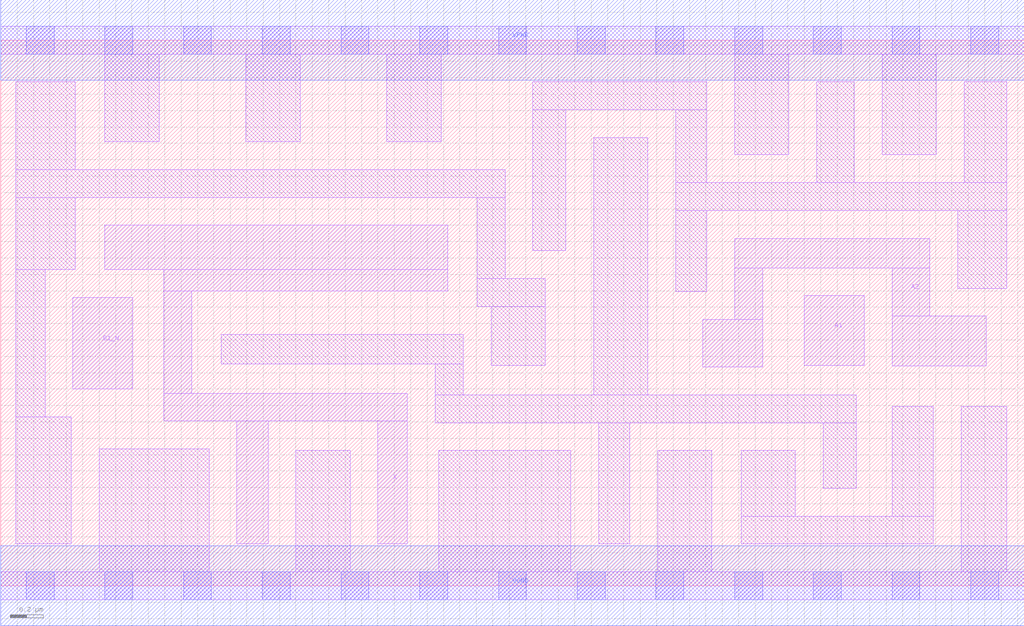
<source format=lef>
# Copyright 2020 The SkyWater PDK Authors
#
# Licensed under the Apache License, Version 2.0 (the "License");
# you may not use this file except in compliance with the License.
# You may obtain a copy of the License at
#
#     https://www.apache.org/licenses/LICENSE-2.0
#
# Unless required by applicable law or agreed to in writing, software
# distributed under the License is distributed on an "AS IS" BASIS,
# WITHOUT WARRANTIES OR CONDITIONS OF ANY KIND, either express or implied.
# See the License for the specific language governing permissions and
# limitations under the License.
#
# SPDX-License-Identifier: Apache-2.0

VERSION 5.7 ;
  NAMESCASESENSITIVE ON ;
  NOWIREEXTENSIONATPIN ON ;
  DIVIDERCHAR "/" ;
  BUSBITCHARS "[]" ;
UNITS
  DATABASE MICRONS 200 ;
END UNITS
MACRO sky130_fd_sc_lp__a21bo_4
  CLASS CORE ;
  SOURCE USER ;
  FOREIGN sky130_fd_sc_lp__a21bo_4 ;
  ORIGIN  0.000000  0.000000 ;
  SIZE  6.240000 BY  3.330000 ;
  SYMMETRY X Y R90 ;
  SITE unit ;
  PIN A1
    ANTENNAGATEAREA  0.630000 ;
    DIRECTION INPUT ;
    USE SIGNAL ;
    PORT
      LAYER li1 ;
        RECT 4.900000 1.345000 5.265000 1.770000 ;
    END
  END A1
  PIN A2
    ANTENNAGATEAREA  0.630000 ;
    DIRECTION INPUT ;
    USE SIGNAL ;
    PORT
      LAYER li1 ;
        RECT 4.280000 1.335000 4.645000 1.625000 ;
        RECT 4.475000 1.625000 4.645000 1.940000 ;
        RECT 4.475000 1.940000 5.665000 2.120000 ;
        RECT 5.435000 1.340000 6.010000 1.645000 ;
        RECT 5.435000 1.645000 5.665000 1.940000 ;
    END
  END A2
  PIN B1_N
    ANTENNAGATEAREA  0.315000 ;
    DIRECTION INPUT ;
    USE SIGNAL ;
    PORT
      LAYER li1 ;
        RECT 0.440000 1.200000 0.805000 1.760000 ;
    END
  END B1_N
  PIN X
    ANTENNADIFFAREA  1.184400 ;
    DIRECTION OUTPUT ;
    USE SIGNAL ;
    PORT
      LAYER li1 ;
        RECT 0.635000 1.930000 2.725000 2.200000 ;
        RECT 0.995000 1.005000 2.480000 1.175000 ;
        RECT 0.995000 1.175000 1.165000 1.800000 ;
        RECT 0.995000 1.800000 2.725000 1.930000 ;
        RECT 1.440000 0.255000 1.630000 1.005000 ;
        RECT 2.300000 0.255000 2.480000 1.005000 ;
    END
  END X
  PIN VGND
    DIRECTION INOUT ;
    USE GROUND ;
    PORT
      LAYER met1 ;
        RECT 0.000000 -0.245000 6.240000 0.245000 ;
    END
  END VGND
  PIN VPWR
    DIRECTION INOUT ;
    USE POWER ;
    PORT
      LAYER met1 ;
        RECT 0.000000 3.085000 6.240000 3.575000 ;
    END
  END VPWR
  OBS
    LAYER li1 ;
      RECT 0.000000 -0.085000 6.240000 0.085000 ;
      RECT 0.000000  3.245000 6.240000 3.415000 ;
      RECT 0.090000  0.255000 0.430000 1.030000 ;
      RECT 0.090000  1.030000 0.270000 1.930000 ;
      RECT 0.090000  1.930000 0.455000 2.370000 ;
      RECT 0.090000  2.370000 3.075000 2.540000 ;
      RECT 0.090000  2.540000 0.455000 3.075000 ;
      RECT 0.600000  0.085000 1.270000 0.835000 ;
      RECT 0.635000  2.710000 0.965000 3.245000 ;
      RECT 1.345000  1.355000 2.820000 1.535000 ;
      RECT 1.495000  2.710000 1.825000 3.245000 ;
      RECT 1.800000  0.085000 2.130000 0.825000 ;
      RECT 2.355000  2.710000 2.685000 3.245000 ;
      RECT 2.650000  0.995000 5.215000 1.165000 ;
      RECT 2.650000  1.165000 2.820000 1.355000 ;
      RECT 2.670000  0.085000 3.475000 0.825000 ;
      RECT 2.905000  1.705000 3.320000 1.875000 ;
      RECT 2.905000  1.875000 3.075000 2.370000 ;
      RECT 2.990000  1.345000 3.320000 1.705000 ;
      RECT 3.245000  2.045000 3.445000 2.905000 ;
      RECT 3.245000  2.905000 4.305000 3.075000 ;
      RECT 3.615000  1.165000 3.945000 2.735000 ;
      RECT 3.645000  0.255000 3.835000 0.995000 ;
      RECT 4.005000  0.085000 4.335000 0.825000 ;
      RECT 4.115000  1.795000 4.305000 2.290000 ;
      RECT 4.115000  2.290000 6.135000 2.460000 ;
      RECT 4.115000  2.460000 4.305000 2.905000 ;
      RECT 4.475000  2.630000 4.805000 3.245000 ;
      RECT 4.515000  0.255000 5.685000 0.425000 ;
      RECT 4.515000  0.425000 4.845000 0.825000 ;
      RECT 4.975000  2.460000 5.205000 3.075000 ;
      RECT 5.015000  0.595000 5.215000 0.995000 ;
      RECT 5.375000  2.630000 5.705000 3.245000 ;
      RECT 5.435000  0.425000 5.685000 1.095000 ;
      RECT 5.835000  1.815000 6.135000 2.290000 ;
      RECT 5.855000  0.085000 6.135000 1.095000 ;
      RECT 5.875000  2.460000 6.135000 3.075000 ;
    LAYER mcon ;
      RECT 0.155000 -0.085000 0.325000 0.085000 ;
      RECT 0.155000  3.245000 0.325000 3.415000 ;
      RECT 0.635000 -0.085000 0.805000 0.085000 ;
      RECT 0.635000  3.245000 0.805000 3.415000 ;
      RECT 1.115000 -0.085000 1.285000 0.085000 ;
      RECT 1.115000  3.245000 1.285000 3.415000 ;
      RECT 1.595000 -0.085000 1.765000 0.085000 ;
      RECT 1.595000  3.245000 1.765000 3.415000 ;
      RECT 2.075000 -0.085000 2.245000 0.085000 ;
      RECT 2.075000  3.245000 2.245000 3.415000 ;
      RECT 2.555000 -0.085000 2.725000 0.085000 ;
      RECT 2.555000  3.245000 2.725000 3.415000 ;
      RECT 3.035000 -0.085000 3.205000 0.085000 ;
      RECT 3.035000  3.245000 3.205000 3.415000 ;
      RECT 3.515000 -0.085000 3.685000 0.085000 ;
      RECT 3.515000  3.245000 3.685000 3.415000 ;
      RECT 3.995000 -0.085000 4.165000 0.085000 ;
      RECT 3.995000  3.245000 4.165000 3.415000 ;
      RECT 4.475000 -0.085000 4.645000 0.085000 ;
      RECT 4.475000  3.245000 4.645000 3.415000 ;
      RECT 4.955000 -0.085000 5.125000 0.085000 ;
      RECT 4.955000  3.245000 5.125000 3.415000 ;
      RECT 5.435000 -0.085000 5.605000 0.085000 ;
      RECT 5.435000  3.245000 5.605000 3.415000 ;
      RECT 5.915000 -0.085000 6.085000 0.085000 ;
      RECT 5.915000  3.245000 6.085000 3.415000 ;
  END
END sky130_fd_sc_lp__a21bo_4
END LIBRARY

</source>
